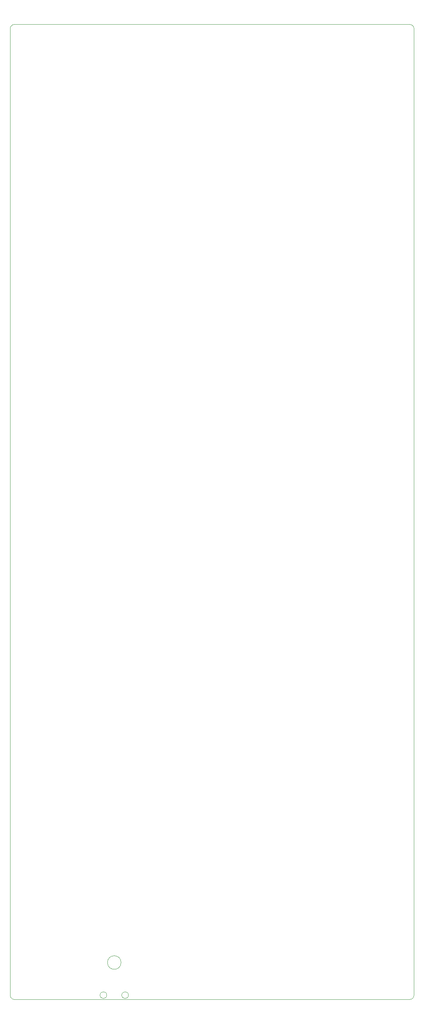
<source format=gbr>
%TF.GenerationSoftware,KiCad,Pcbnew,9.0.0*%
%TF.CreationDate,2025-06-29T21:09:52-04:00*%
%TF.ProjectId,RampedFetCoil,52616d70-6564-4466-9574-436f696c2e6b,rev?*%
%TF.SameCoordinates,Original*%
%TF.FileFunction,Profile,NP*%
%FSLAX46Y46*%
G04 Gerber Fmt 4.6, Leading zero omitted, Abs format (unit mm)*
G04 Created by KiCad (PCBNEW 9.0.0) date 2025-06-29 21:09:52*
%MOMM*%
%LPD*%
G01*
G04 APERTURE LIST*
%TA.AperFunction,Profile*%
%ADD10C,0.050000*%
%TD*%
G04 APERTURE END LIST*
D10*
X80250000Y-251250000D02*
X172750000Y-251250000D01*
X173750000Y-250250000D02*
X173750000Y-24250000D01*
X172750000Y-23250000D02*
X80250000Y-23250000D01*
X173750000Y-250250000D02*
G75*
G02*
X172750000Y-251250000I-1000000J0D01*
G01*
X79250000Y-24250000D02*
G75*
G02*
X80250000Y-23250000I1000000J0D01*
G01*
X80250000Y-251250000D02*
G75*
G02*
X79250000Y-250250000I0J1000000D01*
G01*
X79250000Y-24250000D02*
X79250000Y-250250000D01*
X172750000Y-23250000D02*
G75*
G02*
X173750000Y-24250000I0J-1000000D01*
G01*
%TO.C,U9*%
X101847500Y-250222500D02*
G75*
G02*
X100272500Y-250222500I-787500J0D01*
G01*
X100272500Y-250222500D02*
G75*
G02*
X101847500Y-250222500I787500J0D01*
G01*
X105187500Y-242602500D02*
G75*
G02*
X102012500Y-242602500I-1587500J0D01*
G01*
X102012500Y-242602500D02*
G75*
G02*
X105187500Y-242602500I1587500J0D01*
G01*
X106927200Y-250222500D02*
G75*
G02*
X105352200Y-250222500I-787500J0D01*
G01*
X105352200Y-250222500D02*
G75*
G02*
X106927200Y-250222500I787500J0D01*
G01*
%TD*%
M02*

</source>
